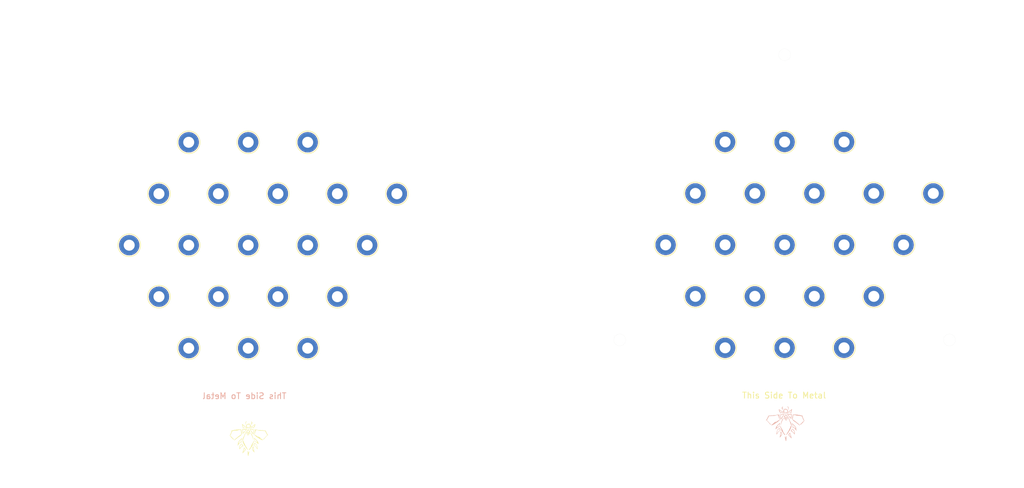
<source format=kicad_pcb>
(kicad_pcb (version 20221018) (generator pcbnew)
  (layers (0 "F.Cu" signal) (31 "B.Cu" signal) (34 "B.Paste" user) (35 "F.Paste" user) (36 "B.SilkS" user "B.Silkscreen") (37 "F.SilkS" user "F.Silkscreen") (38 "B.Mask" user) (39 "F.Mask" user) (44 "Edge.Cuts" user))
  (net 0 "")
  (footprint "TestPoint:TestPoint_Loop_D2.50mm_Drill1.85mm" (layer "F.Cu") (at 63.753737 53.293737)
    (fp_text reference "CH10" hide)
    (fp_text value "READOUT")
    (pad "1" thru_hole circle (at 0 0) (size 3.4 3.4) (drill 1.85) (layers "*.Cu" "*.Mask"))
  )
  (footprint "TestPoint:TestPoint_Loop_D2.50mm_Drill1.85mm" (layer "F.Cu") (at 153.925 53.24)
    (fp_text reference "CH10" hide)
    (fp_text value "READOUT")
    (pad "1" thru_hole circle (at 0 0) (size 3.4 3.4) (drill 1.85) (layers "*.Cu" "*.Mask"))
  )
  (footprint "TestPoint:TestPoint_Loop_D2.50mm_Drill1.85mm" (layer "F.Cu") (at 143.925 53.24)
    (fp_text reference "CH9" hide)
    (fp_text value "READOUT")
    (pad "1" thru_hole circle (at 0 0) (size 3.4 3.4) (drill 1.85) (layers "*.Cu" "*.Mask"))
  )
  (footprint "TestPoint:TestPoint_Loop_D2.50mm_Drill1.85mm" (layer "F.Cu") (at 48.753737 61.953737)
    (fp_text reference "CH12" hide)
    (fp_text value "READOUT")
    (pad "1" thru_hole circle (at 0 0) (size 3.4 3.4) (drill 1.85) (layers "*.Cu" "*.Mask"))
  )
  (footprint "TestPoint:TestPoint_Loop_D2.50mm_Drill1.85mm" (layer "F.Cu") (at 128.925 61.9)
    (fp_text reference "CH1" hide)
    (fp_text value "READOUT")
    (pad "1" thru_hole circle (at 0 0) (size 3.4 3.4) (drill 1.85) (layers "*.Cu" "*.Mask"))
  )
  (footprint "TestPoint:TestPoint_Loop_D2.50mm_Drill1.85mm" (layer "F.Cu") (at 33.753737 53.293737)
    (fp_text reference "CH1" hide)
    (fp_text value "READOUT")
    (pad "1" thru_hole circle (at 0 0) (size 3.4 3.4) (drill 1.85) (layers "*.Cu" "*.Mask"))
  )
  (footprint "TestPoint:TestPoint_Loop_D2.50mm_Drill1.85mm" (layer "F.Cu") (at 138.925 61.9)
    (fp_text reference "CH12" hide)
    (fp_text value "READOUT")
    (pad "1" thru_hole circle (at 0 0) (size 3.4 3.4) (drill 1.85) (layers "*.Cu" "*.Mask"))
  )
  (footprint "LOGO" (layer "F.Cu") (at 53.875 85.775)
    (fp_text reference "G***" hide)
    (fp_text value "LOGO" hide)
  )
  (footprint "TestPoint:TestPoint_Loop_D2.50mm_Drill1.85mm" (layer "F.Cu") (at 38.753737 61.953737)
    (fp_text reference "CH1" hide)
    (fp_text value "READOUT")
    (pad "1" thru_hole circle (at 0 0) (size 3.4 3.4) (drill 1.85) (layers "*.Cu" "*.Mask"))
  )
  (footprint "TestPoint:TestPoint_Loop_D2.50mm_Drill1.85mm" (layer "F.Cu") (at 148.925 61.9)
    (fp_text reference "CH13" hide)
    (fp_text value "READOUT")
    (pad "1" thru_hole circle (at 0 0) (size 3.4 3.4) (drill 1.85) (layers "*.Cu" "*.Mask"))
  )
  (footprint "TestPoint:TestPoint_Loop_D2.50mm_Drill1.85mm" (layer "F.Cu") (at 58.753737 61.953737)
    (fp_text reference "CH13" hide)
    (fp_text value "READOUT")
    (pad "1" thru_hole circle (at 0 0) (size 3.4 3.4) (drill 1.85) (layers "*.Cu" "*.Mask"))
  )
  (footprint "TestPoint:TestPoint_Loop_D2.50mm_Drill1.85mm" (layer "F.Cu") (at 123.925 53.24)
    (fp_text reference "CH1" hide)
    (fp_text value "READOUT")
    (pad "1" thru_hole circle (at 0 0) (size 3.4 3.4) (drill 1.85) (layers "*.Cu" "*.Mask"))
  )
  (footprint "TestPoint:TestPoint_Loop_D2.50mm_Drill1.85mm" (layer "F.Cu") (at 148.925 44.58)
    (fp_text reference "CH5" hide)
    (fp_text value "READOUT")
    (pad "1" thru_hole circle (at 0 0) (size 3.4 3.4) (drill 1.85) (layers "*.Cu" "*.Mask"))
  )
  (footprint "TestPoint:TestPoint_Loop_D2.50mm_Drill1.85mm" (layer "F.Cu") (at 73.753737 53.293737)
    (fp_text reference "CH11" hide)
    (fp_text value "READOUT")
    (pad "1" thru_hole circle (at 0 0) (size 3.4 3.4) (drill 1.85) (layers "*.Cu" "*.Mask"))
  )
  (footprint "TestPoint:TestPoint_Loop_D2.50mm_Drill1.85mm" (layer "F.Cu") (at 53.753737 53.293737)
    (fp_text reference "CH9" hide)
    (fp_text value "READOUT")
    (pad "1" thru_hole circle (at 0 0) (size 3.4 3.4) (drill 1.85) (layers "*.Cu" "*.Mask"))
  )
  (footprint "TestPoint:TestPoint_Loop_D2.50mm_Drill1.85mm" (layer "F.Cu") (at 63.753737 35.973737)
    (fp_text reference "CH3" hide)
    (fp_text value "READOUT")
    (pad "1" thru_hole circle (at 0 0) (size 3.4 3.4) (drill 1.85) (layers "*.Cu" "*.Mask"))
  )
  (footprint "TestPoint:TestPoint_Loop_D2.50mm_Drill1.85mm" (layer "F.Cu") (at 53.753737 35.973737)
    (fp_text reference "CH2" hide)
    (fp_text value "READOUT")
    (pad "1" thru_hole circle (at 0 0) (size 3.4 3.4) (drill 1.85) (layers "*.Cu" "*.Mask"))
  )
  (footprint "TestPoint:TestPoint_Loop_D2.50mm_Drill1.85mm" (layer "F.Cu") (at 133.925 35.92)
    (fp_text reference "CH1" hide)
    (fp_text value "READOUT")
    (pad "1" thru_hole circle (at 0 0) (size 3.4 3.4) (drill 1.85) (layers "*.Cu" "*.Mask"))
  )
  (footprint "TestPoint:TestPoint_Loop_D2.50mm_Drill1.85mm" (layer "F.Cu") (at 43.753737 70.613737)
    (fp_text reference "CH1" hide)
    (fp_text value "READOUT")
    (pad "1" thru_hole circle (at 0 0) (size 3.4 3.4) (drill 1.85) (layers "*.Cu" "*.Mask"))
  )
  (footprint "TestPoint:TestPoint_Loop_D2.50mm_Drill1.85mm" (layer "F.Cu") (at 138.925 44.58)
    (fp_text reference "CH4" hide)
    (fp_text value "READOUT")
    (pad "1" thru_hole circle (at 0 0) (size 3.4 3.4) (drill 1.85) (layers "*.Cu" "*.Mask"))
  )
  (footprint "TestPoint:TestPoint_Loop_D2.50mm_Drill1.85mm" (layer "F.Cu") (at 143.925 35.92)
    (fp_text reference "CH2" hide)
    (fp_text value "READOUT")
    (pad "1" thru_hole circle (at 0 0) (size 3.4 3.4) (drill 1.85) (layers "*.Cu" "*.Mask"))
  )
  (footprint "TestPoint:TestPoint_Loop_D2.50mm_Drill1.85mm" (layer "F.Cu") (at 143.925 70.56)
    (fp_text reference "CH15" hide)
    (fp_text value "READOUT")
    (pad "1" thru_hole circle (at 0 0) (size 3.4 3.4) (drill 1.85) (layers "*.Cu" "*.Mask"))
  )
  (footprint "TestPoint:TestPoint_Loop_D2.50mm_Drill1.85mm" (layer "F.Cu") (at 58.753737 44.633737)
    (fp_text reference "CH5" hide)
    (fp_text value "READOUT")
    (pad "1" thru_hole circle (at 0 0) (size 3.4 3.4) (drill 1.85) (layers "*.Cu" "*.Mask"))
  )
  (footprint "TestPoint:TestPoint_Loop_D2.50mm_Drill1.85mm" (layer "F.Cu") (at 48.753737 44.633737)
    (fp_text reference "CH4" hide)
    (fp_text value "READOUT")
    (pad "1" thru_hole circle (at 0 0) (size 3.4 3.4) (drill 1.85) (layers "*.Cu" "*.Mask"))
  )
  (footprint "TestPoint:TestPoint_Loop_D2.50mm_Drill1.85mm" (layer "F.Cu") (at 158.925 44.58)
    (fp_text reference "CH6" hide)
    (fp_text value "READOUT")
    (pad "1" thru_hole circle (at 0 0) (size 3.4 3.4) (drill 1.85) (layers "*.Cu" "*.Mask"))
  )
  (footprint "TestPoint:TestPoint_Loop_D2.50mm_Drill1.85mm" (layer "F.Cu") (at 68.753737 61.953737)
    (fp_text reference "CH14" hide)
    (fp_text value "READOUT")
    (pad "1" thru_hole circle (at 0 0) (size 3.4 3.4) (drill 1.85) (layers "*.Cu" "*.Mask"))
  )
  (footprint "TestPoint:TestPoint_Loop_D2.50mm_Drill1.85mm" (layer "F.Cu") (at 78.753737 44.633737)
    (fp_text reference "CH7" hide)
    (fp_text value "READOUT")
    (pad "1" thru_hole circle (at 0 0) (size 3.4 3.4) (drill 1.85) (layers "*.Cu" "*.Mask"))
  )
  (footprint "TestPoint:TestPoint_Loop_D2.50mm_Drill1.85mm" (layer "F.Cu") (at 53.753737 70.613737)
    (fp_text reference "CH15" hide)
    (fp_text value "READOUT")
    (pad "1" thru_hole circle (at 0 0) (size 3.4 3.4) (drill 1.85) (layers "*.Cu" "*.Mask"))
  )
  (footprint "TestPoint:TestPoint_Loop_D2.50mm_Drill1.85mm" (layer "F.Cu") (at 43.753737 53.293737)
    (fp_text reference "CH8" hide)
    (fp_text value "READOUT")
    (pad "1" thru_hole circle (at 0 0) (size 3.4 3.4) (drill 1.85) (layers "*.Cu" "*.Mask"))
  )
  (footprint "TestPoint:TestPoint_Loop_D2.50mm_Drill1.85mm" (layer "F.Cu") (at 153.925 35.92)
    (fp_text reference "CH3" hide)
    (fp_text value "READOUT")
    (pad "1" thru_hole circle (at 0 0) (size 3.4 3.4) (drill 1.85) (layers "*.Cu" "*.Mask"))
  )
  (footprint "TestPoint:TestPoint_Loop_D2.50mm_Drill1.85mm" (layer "F.Cu") (at 63.753737 70.613737)
    (fp_text reference "CH16" hide)
    (fp_text value "READOUT")
    (pad "1" thru_hole circle (at 0 0) (size 3.4 3.4) (drill 1.85) (layers "*.Cu" "*.Mask"))
  )
  (footprint "TestPoint:TestPoint_Loop_D2.50mm_Drill1.85mm" (layer "F.Cu") (at 133.925 70.56)
    (fp_text reference "CH1" hide)
    (fp_text value "READOUT")
    (pad "1" thru_hole circle (at 0 0) (size 3.4 3.4) (drill 1.85) (layers "*.Cu" "*.Mask"))
  )
  (footprint "TestPoint:TestPoint_Loop_D2.50mm_Drill1.85mm" (layer "F.Cu") (at 38.753737 44.633737)
    (fp_text reference "CH1" hide)
    (fp_text value "READOUT")
    (pad "1" thru_hole circle (at 0 0) (size 3.4 3.4) (drill 1.85) (layers "*.Cu" "*.Mask"))
  )
  (footprint "TestPoint:TestPoint_Loop_D2.50mm_Drill1.85mm" (layer "F.Cu") (at 163.925 53.24)
    (fp_text reference "CH11" hide)
    (fp_text value "READOUT")
    (pad "1" thru_hole circle (at 0 0) (size 3.4 3.4) (drill 1.85) (layers "*.Cu" "*.Mask"))
  )
  (footprint "TestPoint:TestPoint_Loop_D2.50mm_Drill1.85mm" (layer "F.Cu") (at 68.753737 44.633737)
    (fp_text reference "CH6" hide)
    (fp_text value "READOUT")
    (pad "1" thru_hole circle (at 0 0) (size 3.4 3.4) (drill 1.85) (layers "*.Cu" "*.Mask"))
  )
  (footprint "TestPoint:TestPoint_Loop_D2.50mm_Drill1.85mm" (layer "F.Cu") (at 43.753737 35.973737)
    (fp_text reference "CH1" hide)
    (fp_text value "READOUT")
    (pad "1" thru_hole circle (at 0 0) (size 3.4 3.4) (drill 1.85) (layers "*.Cu" "*.Mask"))
  )
  (footprint "TestPoint:TestPoint_Loop_D2.50mm_Drill1.85mm" (layer "F.Cu") (at 128.925 44.58)
    (fp_text reference "CH1" hide)
    (fp_text value "READOUT")
    (pad "1" thru_hole circle (at 0 0) (size 3.4 3.4) (drill 1.85) (layers "*.Cu" "*.Mask"))
  )
  (footprint "TestPoint:TestPoint_Loop_D2.50mm_Drill1.85mm" (layer "F.Cu") (at 168.925 44.58)
    (fp_text reference "CH7" hide)
    (fp_text value "READOUT")
    (pad "1" thru_hole circle (at 0 0) (size 3.4 3.4) (drill 1.85) (layers "*.Cu" "*.Mask"))
  )
  (footprint "TestPoint:TestPoint_Loop_D2.50mm_Drill1.85mm" (layer "F.Cu") (at 153.925 70.56)
    (fp_text reference "CH16" hide)
    (fp_text value "READOUT")
    (pad "1" thru_hole circle (at 0 0) (size 3.4 3.4) (drill 1.85) (layers "*.Cu" "*.Mask"))
  )
  (footprint "TestPoint:TestPoint_Loop_D2.50mm_Drill1.85mm" (layer "F.Cu") (at 133.925 53.24)
    (fp_text reference "CH8" hide)
    (fp_text value "READOUT")
    (pad "1" thru_hole circle (at 0 0) (size 3.4 3.4) (drill 1.85) (layers "*.Cu" "*.Mask"))
  )
  (footprint "TestPoint:TestPoint_Loop_D2.50mm_Drill1.85mm" (layer "F.Cu") (at 158.925 61.9)
    (fp_text reference "CH14" hide)
    (fp_text value "READOUT")
    (pad "1" thru_hole circle (at 0 0) (size 3.4 3.4) (drill 1.85) (layers "*.Cu" "*.Mask"))
  )
  (footprint "LOGO" (layer "B.Cu") (at 144.022883 83.270863 180)
    (fp_text reference "G***" hide)
    (fp_text value "LOGO" hide)
  )
  (gr_circle (center 84.064626 70.793737) (end 87.064626 70.793737) (stroke (width 0.001)) (fill none) (layer "Edge.Cuts"))
  (gr_circle (center 116.211998 69.239673) (end 117.211998 69.239673) (stroke (width 0.01)) (fill none) (layer "Edge.Cuts"))
  (gr_circle (center 143.925 53.24) (end 177.925 53.24) (stroke (width 0.001)) (fill none) (layer "Edge.Cuts"))
  (gr_circle (center 23.442848 70.793737) (end 26.442848 70.793737) (stroke (width 0.001)) (fill none) (layer "Edge.Cuts"))
  (gr_circle (center 53.753737 18.293737) (end 56.753737 18.293737) (stroke (width 0.001)) (fill none) (layer "Edge.Cuts"))
  (gr_circle (center 143.925378 21.24) (end 144.925378 21.24) (stroke (width 0.01)) (fill none) (layer "Edge.Cuts"))
  (gr_circle (center 171.637624 69.240327) (end 172.637624 69.240327) (stroke (width 0.01)) (fill none) (layer "Edge.Cuts"))
  (gr_circle (center 53.753737 53.293737) (end 93.753737 53.293737) (stroke (width 0.001)) (fill none) (layer "Edge.Cuts"))
  (gr_text "This Side To Metal\n" (at 60.28 79.255) (layer "B.SilkS") (effects (font (size 1 1)) (justify left bottom mirror)))
  (gr_text "This Side To Metal\n" (at 136.7 79.155) (layer "F.SilkS") (effects (font (size 1 1)) (justify left bottom)))
)
</source>
